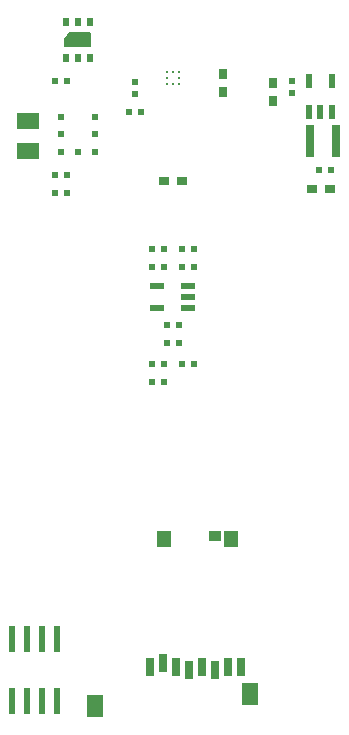
<source format=gbp>
G75*
G70*
%OFA0B0*%
%FSLAX24Y24*%
%IPPOS*%
%LPD*%
%AMOC8*
5,1,8,0,0,1.08239X$1,22.5*
%
%ADD10R,0.0315X0.0591*%
%ADD11R,0.0512X0.0551*%
%ADD12R,0.0551X0.0748*%
%ADD13R,0.0394X0.0374*%
%ADD14R,0.0472X0.0217*%
%ADD15R,0.0236X0.0236*%
%ADD16R,0.0197X0.0236*%
%ADD17R,0.0236X0.0197*%
%ADD18R,0.0079X0.0079*%
%ADD19R,0.0197X0.0315*%
%ADD20C,0.0050*%
%ADD21C,0.0120*%
%ADD22R,0.0748X0.0551*%
%ADD23R,0.0315X0.0354*%
%ADD24R,0.0354X0.0315*%
%ADD25R,0.0217X0.0472*%
%ADD26R,0.0315X0.1063*%
%ADD27R,0.0240X0.0870*%
D10*
X005492Y003857D03*
X005925Y004014D03*
X006358Y003857D03*
X006791Y003778D03*
X007224Y003857D03*
X007657Y003778D03*
X008090Y003857D03*
X008523Y003857D03*
D11*
X008204Y008132D03*
X005960Y008132D03*
D12*
X008834Y002955D03*
X003657Y002561D03*
D13*
X007657Y008221D03*
D14*
X006767Y015834D03*
X006767Y016209D03*
X006767Y016583D03*
X005744Y016583D03*
X005744Y015834D03*
D15*
X006056Y015259D03*
X006456Y015259D03*
X006456Y014659D03*
X006056Y014659D03*
X005956Y013959D03*
X005556Y013959D03*
X005556Y013359D03*
X005956Y013359D03*
X006556Y013959D03*
X006956Y013959D03*
X006956Y017209D03*
X006556Y017209D03*
X006556Y017809D03*
X006956Y017809D03*
X005956Y017809D03*
X005556Y017809D03*
X005556Y017209D03*
X005956Y017209D03*
X002750Y019659D03*
X002350Y019659D03*
X002350Y020259D03*
X002750Y020259D03*
X004800Y022359D03*
X005200Y022359D03*
X005000Y022977D03*
X005000Y023377D03*
X002750Y023409D03*
X002350Y023409D03*
X010220Y023399D03*
X010220Y022999D03*
X011150Y020449D03*
X011550Y020449D03*
D16*
X003677Y021034D03*
X003677Y021625D03*
X003677Y022215D03*
X002535Y022215D03*
X002535Y021625D03*
X002535Y021034D03*
D17*
X003106Y021034D03*
D18*
X003106Y024774D03*
D19*
X003106Y024184D03*
X003500Y024184D03*
X002712Y024184D03*
X002712Y025365D03*
X003106Y025365D03*
X003500Y025365D03*
D20*
X003519Y024991D02*
X002850Y024991D01*
X002673Y024814D01*
X002673Y024558D01*
X003519Y024558D01*
X003519Y024991D01*
X003519Y024960D02*
X002819Y024960D01*
X002771Y024912D02*
X003519Y024912D01*
X003519Y024863D02*
X002722Y024863D01*
X002674Y024815D02*
X003519Y024815D01*
X003519Y024766D02*
X002673Y024766D01*
X002673Y024718D02*
X003519Y024718D01*
X003519Y024669D02*
X002673Y024669D01*
X002673Y024621D02*
X003519Y024621D01*
X003519Y024572D02*
X002673Y024572D01*
D21*
X006059Y023687D03*
X006256Y023687D03*
X006453Y023687D03*
X006453Y023490D03*
X006453Y023293D03*
X006256Y023293D03*
X006059Y023293D03*
X006059Y023490D03*
D22*
X001450Y022059D03*
X001450Y021059D03*
D23*
X007950Y023027D03*
X007950Y023627D03*
X009590Y023339D03*
X009590Y022739D03*
D24*
X010890Y019809D03*
X011490Y019809D03*
X006556Y020059D03*
X005956Y020059D03*
D25*
X010806Y022377D03*
X011180Y022377D03*
X011554Y022377D03*
X011554Y023400D03*
X010806Y023400D03*
D26*
X010847Y021419D03*
X011713Y021419D03*
D27*
X000900Y002729D03*
X001400Y002729D03*
X001900Y002729D03*
X002400Y002729D03*
X002400Y004789D03*
X001900Y004789D03*
X001400Y004789D03*
X000900Y004789D03*
M02*

</source>
